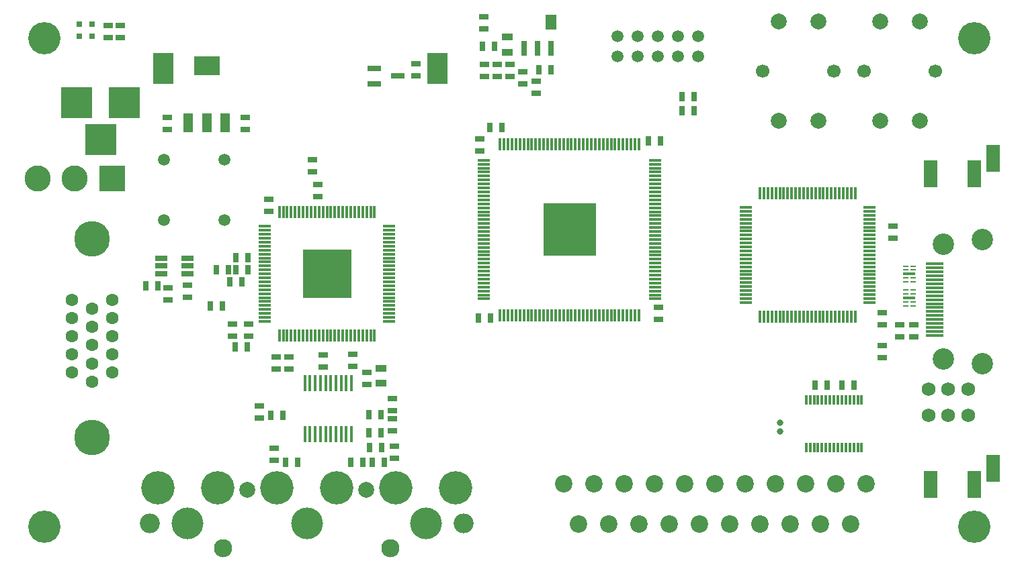
<source format=gts>
G04 #@! TF.FileFunction,Soldermask,Top*
%FSLAX46Y46*%
G04 Gerber Fmt 4.6, Leading zero omitted, Abs format (unit mm)*
G04 Created by KiCad (PCBNEW 4.0.5+dfsg1-4) date Fri Apr 14 10:30:50 2017*
%MOMM*%
%LPD*%
G01*
G04 APERTURE LIST*
%ADD10C,0.150000*%
%ADD11R,0.300000X1.200000*%
%ADD12R,0.700000X1.900000*%
%ADD13R,1.400000X1.900000*%
%ADD14C,1.506220*%
%ADD15C,4.064000*%
%ADD16C,1.500000*%
%ADD17R,1.560000X0.650000*%
%ADD18C,1.600000*%
%ADD19C,4.500000*%
%ADD20R,1.200000X2.400000*%
%ADD21R,3.300000X2.400000*%
%ADD22R,1.800860X0.800100*%
%ADD23R,0.400000X2.000000*%
%ADD24R,0.300000X1.600000*%
%ADD25R,1.600000X0.300000*%
%ADD26C,2.200000*%
%ADD27C,2.000000*%
%ADD28C,1.700000*%
%ADD29C,2.300000*%
%ADD30C,4.200000*%
%ADD31C,4.000000*%
%ADD32O,2.500000X2.500000*%
%ADD33R,4.000000X4.000000*%
%ADD34R,0.797560X0.797560*%
%ADD35R,1.397000X0.889000*%
%ADD36R,1.143000X0.635000*%
%ADD37R,0.635000X1.143000*%
%ADD38R,1.700000X3.500000*%
%ADD39R,3.300000X3.300000*%
%ADD40C,3.300000*%
%ADD41R,2.500000X4.000000*%
%ADD42R,6.700000X6.700000*%
%ADD43C,0.690000*%
%ADD44R,6.200000X6.200000*%
%ADD45C,2.700000*%
%ADD46R,2.200000X0.300000*%
%ADD47C,1.750000*%
%ADD48C,0.800000*%
%ADD49R,1.600000X0.400000*%
%ADD50R,0.700000X0.200000*%
G04 APERTURE END LIST*
D10*
D11*
X107122000Y-72230000D03*
X107622000Y-72230000D03*
X108122000Y-72230000D03*
X108622000Y-72230000D03*
X109122000Y-72230000D03*
X109622000Y-72230000D03*
X110122000Y-72230000D03*
X110622000Y-72230000D03*
X111122000Y-72230000D03*
X111622000Y-72230000D03*
X112122000Y-72230000D03*
X112622000Y-72230000D03*
X113122000Y-72230000D03*
X113622000Y-72230000D03*
X114122000Y-72230000D03*
X114122000Y-66230000D03*
X113622000Y-66230000D03*
X113122000Y-66230000D03*
X112622000Y-66230000D03*
X112122000Y-66230000D03*
X111622000Y-66230000D03*
X111122000Y-66230000D03*
X110622000Y-66230000D03*
X110122000Y-66230000D03*
X109622000Y-66230000D03*
X109122000Y-66230000D03*
X108622000Y-66230000D03*
X108122000Y-66230000D03*
X107622000Y-66230000D03*
X107122000Y-66230000D03*
D12*
X74964100Y-21860500D03*
X73264100Y-21860500D03*
X71564100Y-21860500D03*
D13*
X74944100Y-18510500D03*
D14*
X93480000Y-20320000D03*
X93480000Y-22860000D03*
X90940000Y-20320000D03*
X90940000Y-22860000D03*
X88400000Y-20320000D03*
X88400000Y-22860000D03*
X85860000Y-20320000D03*
X85860000Y-22860000D03*
X83320000Y-20320000D03*
X83320000Y-22860000D03*
D15*
X11130000Y-20600000D03*
X11130000Y-82200000D03*
X128300000Y-82200000D03*
X128300000Y-20600000D03*
D16*
X33804500Y-43509300D03*
X33804500Y-35889300D03*
X26184500Y-35889300D03*
X26184500Y-43509300D03*
D17*
X29143300Y-49287800D03*
X25843300Y-48337800D03*
X25843300Y-49287800D03*
X25843300Y-50237800D03*
X29143300Y-50237800D03*
X29143300Y-48337800D03*
D18*
X17155500Y-59295400D03*
X17155500Y-57005400D03*
X17155500Y-54715400D03*
X19695500Y-62735400D03*
X19695500Y-60445400D03*
X19695500Y-58155400D03*
X19695500Y-55865400D03*
X19695500Y-53575400D03*
X17155500Y-63875400D03*
X17155500Y-61585400D03*
X14615500Y-62735400D03*
X14615500Y-60445400D03*
X14615500Y-58155400D03*
X14615500Y-55865400D03*
X14615500Y-53575400D03*
D19*
X17155500Y-70915400D03*
X17155500Y-45915400D03*
D20*
X31577000Y-31256000D03*
X29277000Y-31256000D03*
X33877000Y-31256000D03*
D21*
X31577000Y-24056000D03*
D22*
X52691860Y-24379000D03*
X52691860Y-26279000D03*
X55694140Y-25329000D03*
D23*
X43963000Y-70544000D03*
X44613000Y-70544000D03*
X45263000Y-70544000D03*
X45913000Y-70544000D03*
X46563000Y-70544000D03*
X47213000Y-70544000D03*
X47863000Y-70544000D03*
X48513000Y-70544000D03*
X49163000Y-70544000D03*
X49813000Y-70544000D03*
X49813000Y-64104000D03*
X49163000Y-64104000D03*
X48513000Y-64104000D03*
X47863000Y-64104000D03*
X47213000Y-64104000D03*
X46563000Y-64104000D03*
X45913000Y-64104000D03*
X45263000Y-64104000D03*
X44613000Y-64104000D03*
X43963000Y-64104000D03*
D24*
X101300000Y-55700000D03*
X101800000Y-55700000D03*
X102300000Y-55700000D03*
X102800000Y-55700000D03*
X103300000Y-55700000D03*
X103800000Y-55700000D03*
X104300000Y-55700000D03*
X104800000Y-55700000D03*
X105300000Y-55700000D03*
X105800000Y-55700000D03*
X106300000Y-55700000D03*
X106800000Y-55700000D03*
X107300000Y-55700000D03*
X107800000Y-55700000D03*
X108300000Y-55700000D03*
X108800000Y-55700000D03*
X109300000Y-55700000D03*
X109800000Y-55700000D03*
X110300000Y-55700000D03*
X110800000Y-55700000D03*
X111300000Y-55700000D03*
X111800000Y-55700000D03*
X112300000Y-55700000D03*
X112800000Y-55700000D03*
X113300000Y-55700000D03*
D25*
X115100000Y-53900000D03*
X115100000Y-53400000D03*
X115100000Y-52900000D03*
X115100000Y-52400000D03*
X115100000Y-51900000D03*
X115100000Y-51400000D03*
X115100000Y-50900000D03*
X115100000Y-50400000D03*
X115100000Y-49900000D03*
X115100000Y-49400000D03*
X115100000Y-48900000D03*
X115100000Y-48400000D03*
X115100000Y-47900000D03*
X115100000Y-47400000D03*
X115100000Y-46900000D03*
X115100000Y-46400000D03*
X115100000Y-45900000D03*
X115100000Y-45400000D03*
X115100000Y-44900000D03*
X115100000Y-44400000D03*
X115100000Y-43900000D03*
X115100000Y-43400000D03*
X115100000Y-42900000D03*
X115100000Y-42400000D03*
X115100000Y-41900000D03*
D24*
X113300000Y-40100000D03*
X112800000Y-40100000D03*
X112300000Y-40100000D03*
X111800000Y-40100000D03*
X111300000Y-40100000D03*
X110800000Y-40100000D03*
X110300000Y-40100000D03*
X109800000Y-40100000D03*
X109300000Y-40100000D03*
X108800000Y-40100000D03*
X108300000Y-40100000D03*
X107800000Y-40100000D03*
X107300000Y-40100000D03*
X106800000Y-40100000D03*
X106300000Y-40100000D03*
X105800000Y-40100000D03*
X105300000Y-40100000D03*
X104800000Y-40100000D03*
X104300000Y-40100000D03*
X103800000Y-40100000D03*
X103300000Y-40100000D03*
X102800000Y-40100000D03*
X102300000Y-40100000D03*
X101800000Y-40100000D03*
X101300000Y-40100000D03*
D25*
X99500000Y-41900000D03*
X99500000Y-42400000D03*
X99500000Y-42900000D03*
X99500000Y-43400000D03*
X99500000Y-43900000D03*
X99500000Y-44400000D03*
X99500000Y-44900000D03*
X99500000Y-45400000D03*
X99500000Y-45900000D03*
X99500000Y-46400000D03*
X99500000Y-46900000D03*
X99500000Y-47400000D03*
X99500000Y-47900000D03*
X99500000Y-48400000D03*
X99500000Y-48900000D03*
X99500000Y-49400000D03*
X99500000Y-49900000D03*
X99500000Y-50400000D03*
X99500000Y-50900000D03*
X99500000Y-51400000D03*
X99500000Y-51900000D03*
X99500000Y-52400000D03*
X99500000Y-52900000D03*
X99500000Y-53400000D03*
X99500000Y-53900000D03*
D26*
X112754600Y-81821200D03*
X110849600Y-76741200D03*
X108944600Y-81821200D03*
X107039600Y-76741200D03*
X105134600Y-81821200D03*
X103229600Y-76741200D03*
X101324600Y-81821200D03*
X99419600Y-76741200D03*
X97514600Y-81821200D03*
X95609600Y-76741200D03*
X93704600Y-81821200D03*
X91799600Y-76741200D03*
X78464600Y-81821200D03*
X87989600Y-76741200D03*
X89894600Y-81821200D03*
X84179600Y-76741200D03*
X86084600Y-81821200D03*
X80369600Y-76741200D03*
X82274600Y-81821200D03*
X76559600Y-76741200D03*
X114659600Y-76741200D03*
D27*
X103631000Y-18450000D03*
X108631000Y-18450000D03*
X103631000Y-30950000D03*
X108631000Y-30950000D03*
D28*
X110631000Y-24700000D03*
X101631000Y-24700000D03*
D27*
X116418000Y-18450000D03*
X121418000Y-18450000D03*
X116418000Y-30950000D03*
X121418000Y-30950000D03*
D28*
X123418000Y-24700000D03*
X114418000Y-24700000D03*
D27*
X51696000Y-77576200D03*
X36696000Y-77576200D03*
D29*
X33662620Y-84920720D03*
X54729380Y-84920720D03*
D30*
X55446000Y-77276200D03*
X62946000Y-77276200D03*
X25446000Y-77276200D03*
X32946000Y-77276200D03*
D31*
X29196000Y-81776200D03*
X44196000Y-81776200D03*
X59196000Y-81776200D03*
D32*
X63996000Y-81776200D03*
X24396000Y-81776200D03*
D30*
X47946000Y-77276200D03*
X40446000Y-77276200D03*
D33*
X21202140Y-28649000D03*
X15202660Y-28649000D03*
X18202400Y-33348000D03*
D34*
X17179000Y-18795700D03*
X17179000Y-20294300D03*
X15549000Y-18795700D03*
X15549000Y-20294300D03*
D35*
X69494000Y-20408500D03*
X69494000Y-22313500D03*
X53538000Y-64107500D03*
X53538000Y-62202500D03*
D36*
X38262900Y-68477500D03*
X38262900Y-66953500D03*
D37*
X52410700Y-74078200D03*
X53934700Y-74078200D03*
D36*
X55280900Y-72008100D03*
X55280900Y-73532100D03*
X55001500Y-70128500D03*
X55001500Y-68604500D03*
X54997000Y-67547000D03*
X54997000Y-66023000D03*
X40104000Y-73777000D03*
X40104000Y-72253000D03*
D37*
X35301000Y-49779000D03*
X36825000Y-49779000D03*
X25397800Y-51764300D03*
X23873800Y-51764300D03*
D36*
X39370000Y-40894000D03*
X39370000Y-42418000D03*
X44931000Y-37368000D03*
X44931000Y-35844000D03*
X45616200Y-39013500D03*
X45616200Y-40537500D03*
D37*
X91463200Y-29666300D03*
X92987200Y-29666300D03*
D36*
X116693000Y-55199000D03*
X116693000Y-56723000D03*
X66609300Y-25399100D03*
X66609300Y-23875100D03*
X68222200Y-25411800D03*
X68222200Y-23887800D03*
X69835100Y-25411800D03*
X69835100Y-23887800D03*
X71448000Y-26288100D03*
X71448000Y-24764100D03*
X73086300Y-27520000D03*
X73086300Y-25996000D03*
D37*
X73467300Y-24548200D03*
X74991300Y-24548200D03*
X67866600Y-21551000D03*
X66342600Y-21551000D03*
D36*
X19159000Y-18929000D03*
X19159000Y-20453000D03*
X20709000Y-18925000D03*
X20709000Y-20449000D03*
X57912000Y-23754000D03*
X57912000Y-25278000D03*
D37*
X35138700Y-59536700D03*
X36662700Y-59536700D03*
D36*
X116690000Y-60902000D03*
X116690000Y-59378000D03*
X120690000Y-58262000D03*
X120690000Y-56738000D03*
X118930000Y-58262000D03*
X118930000Y-56738000D03*
D37*
X39634500Y-68172700D03*
X41158500Y-68172700D03*
X51280400Y-74066000D03*
X49756400Y-74066000D03*
X53604500Y-72224000D03*
X52080500Y-72224000D03*
X53579100Y-70357100D03*
X52055100Y-70357100D03*
X53579100Y-68058400D03*
X52055100Y-68058400D03*
D36*
X40358400Y-62267200D03*
X40358400Y-60743200D03*
D37*
X41539000Y-74066000D03*
X43063000Y-74066000D03*
D36*
X34872000Y-58177800D03*
X34872000Y-56653800D03*
D37*
X32078000Y-54317000D03*
X33602000Y-54317000D03*
X36039000Y-51283000D03*
X34515000Y-51283000D03*
X32766000Y-49779000D03*
X34290000Y-49779000D03*
X36824000Y-48265000D03*
X35300000Y-48265000D03*
D36*
X26705900Y-52018300D03*
X26705900Y-53542300D03*
X26645000Y-32075000D03*
X26645000Y-30551000D03*
X66000000Y-34762000D03*
X66000000Y-33238000D03*
D37*
X68762000Y-31800000D03*
X67238000Y-31800000D03*
X67362000Y-55900000D03*
X65838000Y-55900000D03*
D36*
X66520400Y-17868000D03*
X66520400Y-19392000D03*
D37*
X92974500Y-27888300D03*
X91450500Y-27888300D03*
X87259000Y-33498000D03*
X88783000Y-33498000D03*
D36*
X88500000Y-54538000D03*
X88500000Y-56062000D03*
X118040000Y-44248000D03*
X118040000Y-45772000D03*
X36405000Y-32080000D03*
X36405000Y-30556000D03*
X51763000Y-64252000D03*
X51763000Y-62728000D03*
X29144300Y-51713500D03*
X29144300Y-53237500D03*
X46225800Y-62013200D03*
X46225800Y-60489200D03*
X49985000Y-61987800D03*
X49985000Y-60463800D03*
X41958600Y-62267200D03*
X41958600Y-60743200D03*
X36827800Y-56628400D03*
X36827800Y-58152400D03*
D38*
X122806000Y-76830000D03*
X128306000Y-76830000D03*
X130706000Y-74830000D03*
D39*
X19666000Y-38298000D03*
D40*
X14966000Y-38298000D03*
X10266000Y-38298000D03*
D41*
X60676200Y-24406600D03*
X26076200Y-24406600D03*
D37*
X111648000Y-64350000D03*
X113172000Y-64350000D03*
X109797000Y-64359000D03*
X108273000Y-64359000D03*
D38*
X122798000Y-37676000D03*
X128298000Y-37676000D03*
X130698000Y-35676000D03*
D24*
X86050000Y-33900000D03*
X85550000Y-33900000D03*
X85050000Y-33900000D03*
X84550000Y-33900000D03*
X84050000Y-33900000D03*
X83550000Y-33900000D03*
X83050000Y-33900000D03*
X82550000Y-33900000D03*
X82050000Y-33900000D03*
X81550000Y-33900000D03*
X81050000Y-33900000D03*
X80550000Y-33900000D03*
X80050000Y-33900000D03*
X79550000Y-33900000D03*
X79050000Y-33900000D03*
X78550000Y-33900000D03*
X78050000Y-33900000D03*
X77550000Y-33900000D03*
X77050000Y-33900000D03*
X76550000Y-33900000D03*
X76050000Y-33900000D03*
X75550000Y-33900000D03*
X75050000Y-33900000D03*
X74550000Y-33900000D03*
X74050000Y-33900000D03*
X73550000Y-33900000D03*
X73050000Y-33900000D03*
X72550000Y-33900000D03*
X72050000Y-33900000D03*
X71550000Y-33900000D03*
X71050000Y-33900000D03*
X70550000Y-33900000D03*
X70050000Y-33900000D03*
X69550000Y-33900000D03*
X69050000Y-33900000D03*
X68550000Y-33900000D03*
D25*
X66500000Y-35950000D03*
X66500000Y-36450000D03*
X66500000Y-36950000D03*
X66500000Y-37450000D03*
X66500000Y-37950000D03*
X66500000Y-38450000D03*
X66500000Y-38950000D03*
X66500000Y-39450000D03*
X66500000Y-39950000D03*
X66500000Y-40450000D03*
X66500000Y-40950000D03*
X66500000Y-41450000D03*
X66500000Y-41950000D03*
X66500000Y-42450000D03*
X66500000Y-42950000D03*
X66500000Y-43450000D03*
X66500000Y-43950000D03*
X66500000Y-44450000D03*
X66500000Y-44950000D03*
X66500000Y-45450000D03*
X66500000Y-45950000D03*
X66500000Y-46450000D03*
X66500000Y-46950000D03*
X66500000Y-47450000D03*
X66500000Y-47950000D03*
X66500000Y-48450000D03*
X66500000Y-48950000D03*
X66500000Y-49450000D03*
X66500000Y-49950000D03*
X66500000Y-50450000D03*
X66500000Y-50950000D03*
X66500000Y-51450000D03*
X66500000Y-51950000D03*
X66500000Y-52450000D03*
X66500000Y-52950000D03*
X66500000Y-53450000D03*
D24*
X68550000Y-55500000D03*
X69050000Y-55500000D03*
X69550000Y-55500000D03*
X70050000Y-55500000D03*
X70550000Y-55500000D03*
X71050000Y-55500000D03*
X71550000Y-55500000D03*
X72050000Y-55500000D03*
X72550000Y-55500000D03*
X73050000Y-55500000D03*
X73550000Y-55500000D03*
X74050000Y-55500000D03*
X74550000Y-55500000D03*
X75050000Y-55500000D03*
X75550000Y-55500000D03*
X76050000Y-55500000D03*
X76550000Y-55500000D03*
X77050000Y-55500000D03*
X77550000Y-55500000D03*
X78050000Y-55500000D03*
X78550000Y-55500000D03*
X79050000Y-55500000D03*
X79550000Y-55500000D03*
X80050000Y-55500000D03*
X80550000Y-55500000D03*
X81050000Y-55500000D03*
X81550000Y-55500000D03*
X82050000Y-55500000D03*
X82550000Y-55500000D03*
X83050000Y-55500000D03*
X83550000Y-55500000D03*
X84050000Y-55500000D03*
X84550000Y-55500000D03*
X85050000Y-55500000D03*
X85550000Y-55500000D03*
X86050000Y-55500000D03*
D25*
X88100000Y-53450000D03*
X88100000Y-52950000D03*
X88100000Y-52450000D03*
X88100000Y-51950000D03*
X88100000Y-51450000D03*
X88100000Y-50950000D03*
X88100000Y-50450000D03*
X88100000Y-49950000D03*
X88100000Y-49450000D03*
X88100000Y-48950000D03*
X88100000Y-48450000D03*
X88100000Y-47950000D03*
X88100000Y-47450000D03*
X88100000Y-46950000D03*
X88100000Y-46450000D03*
X88100000Y-45950000D03*
X88100000Y-45450000D03*
X88100000Y-44950000D03*
X88100000Y-44450000D03*
X88100000Y-43950000D03*
X88100000Y-43450000D03*
X88100000Y-42950000D03*
X88100000Y-42450000D03*
X88100000Y-41950000D03*
X88100000Y-41450000D03*
X88100000Y-40950000D03*
X88100000Y-40450000D03*
X88100000Y-39950000D03*
X88100000Y-39450000D03*
X88100000Y-38950000D03*
X88100000Y-38450000D03*
X88100000Y-37950000D03*
X88100000Y-37450000D03*
X88100000Y-36950000D03*
X88100000Y-36450000D03*
X88100000Y-35950000D03*
D42*
X77300000Y-44700000D03*
D43*
X79850000Y-42150000D03*
X79850000Y-43000000D03*
X79850000Y-43850000D03*
X79850000Y-44700000D03*
X79850000Y-45550000D03*
X79850000Y-46400000D03*
X79850000Y-47250000D03*
X79000000Y-42150000D03*
X79000000Y-43000000D03*
X79000000Y-43850000D03*
X79000000Y-44700000D03*
X79000000Y-45550000D03*
X79000000Y-46400000D03*
X79000000Y-47250000D03*
X78150000Y-42150000D03*
X78150000Y-43000000D03*
X78150000Y-46400000D03*
X78150000Y-47250000D03*
X77300000Y-42150000D03*
X77300000Y-43000000D03*
X77300000Y-46400000D03*
X77300000Y-47250000D03*
X76450000Y-42150000D03*
X76450000Y-43000000D03*
X76450000Y-46400000D03*
X76450000Y-47250000D03*
X75600000Y-42150000D03*
X75600000Y-43000000D03*
X75600000Y-43850000D03*
X75600000Y-44700000D03*
X75600000Y-45550000D03*
X75600000Y-46400000D03*
X75600000Y-47250000D03*
X74750000Y-42150000D03*
X74750000Y-43000000D03*
X74750000Y-43850000D03*
X74750000Y-44700000D03*
X74750000Y-45550000D03*
X74750000Y-46400000D03*
X74750000Y-47250000D03*
D26*
X77300000Y-44700000D03*
D24*
X40736000Y-58092000D03*
X41236000Y-58092000D03*
X41736000Y-58092000D03*
X42236000Y-58092000D03*
X42736000Y-58092000D03*
X43236000Y-58092000D03*
X43736000Y-58092000D03*
X44236000Y-58092000D03*
X44736000Y-58092000D03*
X45236000Y-58092000D03*
X45736000Y-58092000D03*
X46236000Y-58092000D03*
X46736000Y-58092000D03*
X47236000Y-58092000D03*
X47736000Y-58092000D03*
X48236000Y-58092000D03*
X48736000Y-58092000D03*
X49236000Y-58092000D03*
X49736000Y-58092000D03*
X50236000Y-58092000D03*
X50736000Y-58092000D03*
X51236000Y-58092000D03*
X51736000Y-58092000D03*
X52236000Y-58092000D03*
X52736000Y-58092000D03*
D25*
X54536000Y-56292000D03*
X54536000Y-55792000D03*
X54536000Y-55292000D03*
X54536000Y-54792000D03*
X54536000Y-54292000D03*
X54536000Y-53792000D03*
X54536000Y-53292000D03*
X54536000Y-52792000D03*
X54536000Y-52292000D03*
X54536000Y-51792000D03*
X54536000Y-51292000D03*
X54536000Y-50792000D03*
X54536000Y-50292000D03*
X54536000Y-49792000D03*
X54536000Y-49292000D03*
X54536000Y-48792000D03*
X54536000Y-48292000D03*
X54536000Y-47792000D03*
X54536000Y-47292000D03*
X54536000Y-46792000D03*
X54536000Y-46292000D03*
X54536000Y-45792000D03*
X54536000Y-45292000D03*
X54536000Y-44792000D03*
X54536000Y-44292000D03*
D24*
X52736000Y-42492000D03*
X52236000Y-42492000D03*
X51736000Y-42492000D03*
X51236000Y-42492000D03*
X50736000Y-42492000D03*
X50236000Y-42492000D03*
X49736000Y-42492000D03*
X49236000Y-42492000D03*
X48736000Y-42492000D03*
X48236000Y-42492000D03*
X47736000Y-42492000D03*
X47236000Y-42492000D03*
X46736000Y-42492000D03*
X46236000Y-42492000D03*
X45736000Y-42492000D03*
X45236000Y-42492000D03*
X44736000Y-42492000D03*
X44236000Y-42492000D03*
X43736000Y-42492000D03*
X43236000Y-42492000D03*
X42736000Y-42492000D03*
X42236000Y-42492000D03*
X41736000Y-42492000D03*
X41236000Y-42492000D03*
X40736000Y-42492000D03*
D25*
X38936000Y-44292000D03*
X38936000Y-44792000D03*
X38936000Y-45292000D03*
X38936000Y-45792000D03*
X38936000Y-46292000D03*
X38936000Y-46792000D03*
X38936000Y-47292000D03*
X38936000Y-47792000D03*
X38936000Y-48292000D03*
X38936000Y-48792000D03*
X38936000Y-49292000D03*
X38936000Y-49792000D03*
X38936000Y-50292000D03*
X38936000Y-50792000D03*
X38936000Y-51292000D03*
X38936000Y-51792000D03*
X38936000Y-52292000D03*
X38936000Y-52792000D03*
X38936000Y-53292000D03*
X38936000Y-53792000D03*
X38936000Y-54292000D03*
X38936000Y-54792000D03*
X38936000Y-55292000D03*
X38936000Y-55792000D03*
X38936000Y-56292000D03*
D44*
X46736000Y-50292000D03*
D43*
X44336000Y-52692000D03*
X44336000Y-51892000D03*
X44336000Y-51092000D03*
X44336000Y-50292000D03*
X44336000Y-49492000D03*
X44336000Y-48692000D03*
X44336000Y-47892000D03*
X45136000Y-52692000D03*
X45136000Y-51892000D03*
X45136000Y-51092000D03*
X45136000Y-50292000D03*
X45136000Y-49492000D03*
X45136000Y-48692000D03*
X45136000Y-47892000D03*
X45936000Y-52692000D03*
X45936000Y-51892000D03*
X45936000Y-48692000D03*
X45936000Y-47892000D03*
X46736000Y-52692000D03*
X46736000Y-51892000D03*
X46736000Y-48692000D03*
X46736000Y-47892000D03*
X47536000Y-52692000D03*
X47536000Y-51892000D03*
X47536000Y-48692000D03*
X47536000Y-47892000D03*
X48336000Y-52692000D03*
X48336000Y-51892000D03*
X48336000Y-51092000D03*
X48336000Y-50292000D03*
X48336000Y-49492000D03*
X48336000Y-48692000D03*
X48336000Y-47892000D03*
X49136000Y-52692000D03*
X49136000Y-51892000D03*
X49136000Y-51092000D03*
X49136000Y-50292000D03*
X49136000Y-49492000D03*
X49136000Y-48692000D03*
X49136000Y-47892000D03*
D27*
X46736000Y-50292000D03*
D45*
X124400000Y-46550000D03*
X124400000Y-61050000D03*
X129350000Y-61650000D03*
X129350000Y-45950000D03*
D46*
X123300000Y-49050000D03*
X123300000Y-49550000D03*
X123300000Y-50050000D03*
X123300000Y-50550000D03*
X123300000Y-51050000D03*
X123300000Y-51550000D03*
X123300000Y-52050000D03*
X123300000Y-52550000D03*
X123300000Y-53050000D03*
X123300000Y-53550000D03*
X123300000Y-54050000D03*
X123300000Y-54550000D03*
X123300000Y-55050000D03*
X123300000Y-55550000D03*
X123300000Y-56050000D03*
X123300000Y-56550000D03*
X123300000Y-57050000D03*
X123300000Y-57550000D03*
X123300000Y-58050000D03*
D47*
X127540000Y-64870000D03*
X125040000Y-64870000D03*
X122540000Y-64870000D03*
X127540000Y-68170000D03*
X125040000Y-68170000D03*
X122540000Y-68170000D03*
D48*
X103861000Y-70197000D03*
X103861000Y-69097000D03*
D49*
X120120000Y-53310000D03*
D50*
X120569700Y-54310000D03*
X120569700Y-53810000D03*
X120569700Y-52810000D03*
X120569700Y-52310000D03*
X119670300Y-54310000D03*
X119670300Y-53810000D03*
X119670300Y-52310000D03*
X119670300Y-52810000D03*
D49*
X120120000Y-53310000D03*
X120120000Y-50310000D03*
D50*
X120569700Y-51310000D03*
X120569700Y-50810000D03*
X120569700Y-49810000D03*
X120569700Y-49310000D03*
X119670300Y-51310000D03*
X119670300Y-50810000D03*
X119670300Y-49310000D03*
X119670300Y-49810000D03*
D49*
X120120000Y-50310000D03*
M02*

</source>
